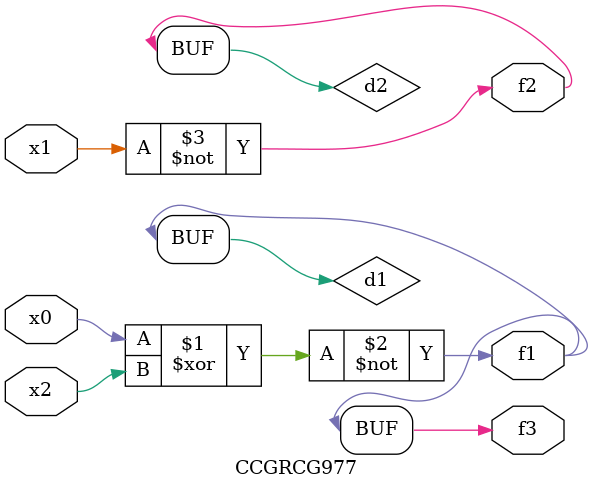
<source format=v>
module CCGRCG977(
	input x0, x1, x2,
	output f1, f2, f3
);

	wire d1, d2, d3;

	xnor (d1, x0, x2);
	nand (d2, x1);
	nor (d3, x1, x2);
	assign f1 = d1;
	assign f2 = d2;
	assign f3 = d1;
endmodule

</source>
